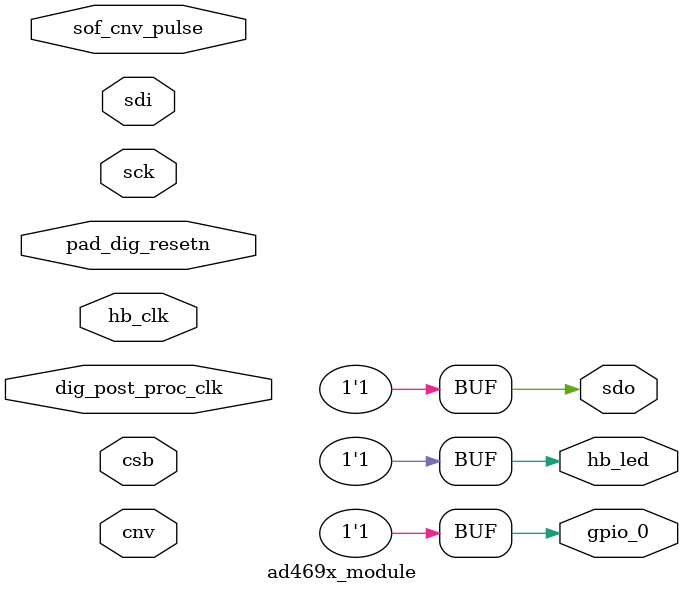
<source format=v>

`timescale 1ns/100ps

module ad469x_module(
    
 input    cnv,
 input    csb,
 input    sck,
 input    sdi,
 output   sdo,
 input    sof_cnv_pulse,
 input    pad_dig_resetn,
 output   gpio_0,
 output   hb_led,
 input    hb_clk,
 input    dig_post_proc_clk);

assign sdo = 1'b1;
assign gpio_0 = 1'b1;
assign hb_led = 1'b1;

endmodule
</source>
